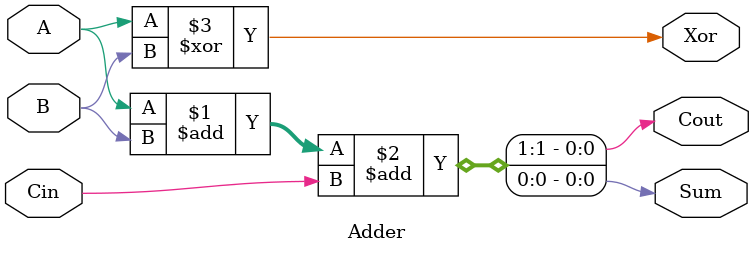
<source format=v>
module Adder (
	output Sum, Xor, Cout,
	input A, B, Cin
);
	assign {Cout, Sum} = A + B + Cin;
	assign Xor = A ^ B;
endmodule
</source>
